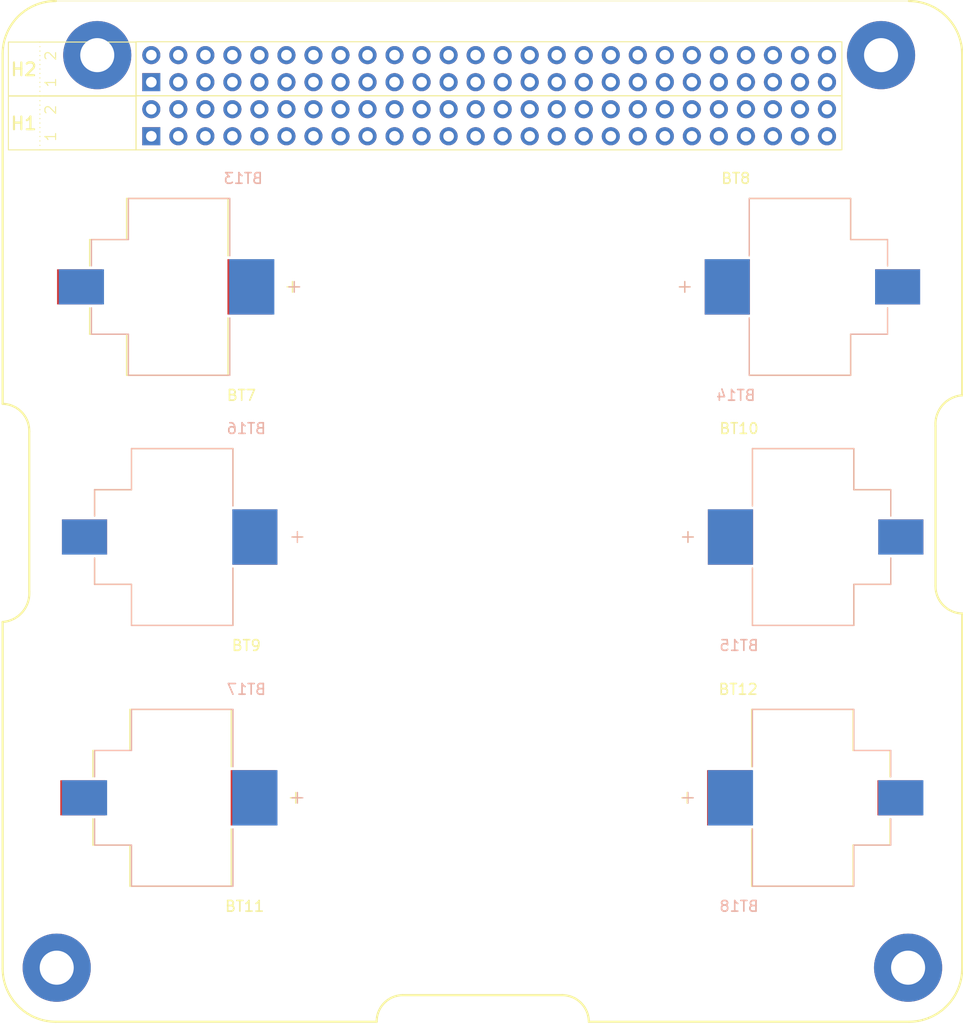
<source format=kicad_pcb>
(kicad_pcb (version 20240108) (generator "pcbnew") (generator_version "8.0")
  (layers (0 "F.Cu" signal) (31 "B.Cu" signal) (34 "B.Paste" user) (35 "F.Paste" user) (36 "B.SilkS" user "B.Silkscreen") (37 "F.SilkS" user "F.Silkscreen") (38 "B.Mask" user) (39 "F.Mask" user) (44 "Edge.Cuts" user))
  (net 0 "")
  (net 68 "/V_BATT")
  (footprint "Battery 54:BAT_254TR" (layer "F.Cu") (at 240.505 128)
    (property "Reference" "BT12" (at -7.2 -10.19 0) (layer "F.SilkS"))
    (property "Value" "54")
    (fp_line (start -12.5 0) (end -11.5 0) (stroke (width 0.127)) (layer "F.SilkS"))
    (fp_line (start -12 -0.5) (end -12 0.5) (stroke (width 0.127)) (layer "F.SilkS"))
    (fp_line (start -5.94 -8.305) (end 3.59 -8.305) (stroke (width 0.127)) (layer "F.SilkS"))
    (fp_line (start -5.94 -2.92) (end -5.94 -8.305) (stroke (width 0.127)) (layer "F.SilkS"))
    (fp_line (start -5.94 8.305) (end -5.94 2.92) (stroke (width 0.127)) (layer "F.SilkS"))
    (fp_line (start 3.59 -8.305) (end 3.59 -4.445) (stroke (width 0.127)) (layer "F.SilkS"))
    (fp_line (start 3.59 -4.445) (end 7.06 -4.445) (stroke (width 0.127)) (layer "F.SilkS"))
    (fp_line (start 3.59 4.445) (end 3.59 8.305) (stroke (width 0.127)) (layer "F.SilkS"))
    (fp_line (start 3.59 8.305) (end -5.94 8.305) (stroke (width 0.127)) (layer "F.SilkS"))
    (fp_line (start 7.06 -4.445) (end 7.06 -1.97) (stroke (width 0.127)) (layer "F.SilkS"))
    (fp_line (start 7.06 4.445) (end 3.59 4.445) (stroke (width 0.127)) (layer "F.SilkS"))
    (fp_line (start 7.06 4.445) (end 7.06 1.97) (stroke (width 0.127)) (layer "F.SilkS"))
    (pad "P1" smd rect (at -8.005 0) (size 4.24 5.2) (layers "F.Cu" "F.Paste" "F.Mask"))
    (pad "P2" smd rect (at 8.005 0) (size 4.24 3.3) (layers "F.Cu" "F.Paste" "F.Mask"))
  )
  (footprint "PC104:PC104ConnectorFootprint (1)" (layer "F.Cu") (at 164.18 149.04)
    (property "Reference" "U1" (hide yes))
    (property "Value" "~" (hide yes))
    (fp_line (start 0 -58.052086) (end 0 -90.964466) (stroke (width 0.2)) (layer "F.SilkS"))
    (fp_line (start 0 -37.558018) (end 0 -5) (stroke (width 0.2)) (layer "F.SilkS"))
    (fp_line (start 2.5 -40.445) (end 2.5 -55.445) (stroke (width 0.2)) (layer "F.SilkS"))
    (fp_line (start 3.5 -92.04) (end 3.5 -86.99) (stroke (width 0.1) (type dot)) (layer "F.SilkS"))
    (fp_line (start 3.5 -86.96) (end 3.5 -81.91) (stroke (width 0.1) (type dot)) (layer "F.SilkS"))
    (fp_line (start 5 -95.89) (end 85.17 -95.89) (stroke (width 0.05)) (layer "F.SilkS"))
    (fp_line (start 35.147914 0) (end 5 0) (stroke (width 0.2)) (layer "F.SilkS"))
    (fp_line (start 52.585 -2.5) (end 37.585 -2.5) (stroke (width 0.2)) (layer "F.SilkS"))
    (fp_line (start 85.17 0) (end 55.085 0) (stroke (width 0.2)) (layer "F.SilkS"))
    (fp_line (start 87.67 -55.965104) (end 87.67 -40.965104) (stroke (width 0.2)) (layer "F.SilkS"))
    (fp_line (start 90.17 -90.89) (end 90.17 -58.852086) (stroke (width 0.2)) (layer "F.SilkS"))
    (fp_line (start 90.17 -38.358018) (end 90.17 -5) (stroke (width 0.2)) (layer "F.SilkS"))
    (fp_rect (start 0.54 -92.04) (end 12.53 -86.99) (stroke (width 0.1)) (fill none) (layer "F.SilkS"))
    (fp_rect (start 0.54 -86.96) (end 12.53 -81.91) (stroke (width 0.1)) (fill none) (layer "F.SilkS"))
    (fp_rect (start 12.53 -92.07) (end 78.87 -86.99) (stroke (width 0.1)) (fill none) (layer "F.SilkS"))
    (fp_rect (start 12.53 -86.99) (end 78.87 -81.91) (stroke (width 0.1)) (fill none) (layer "F.SilkS"))
    (fp_arc (start 0 -90.964466) (mid 1.479889 -94.462766) (end 5 -95.89) (stroke (width 0.2)) (layer "F.SilkS"))
    (fp_arc (start 0 -58.052086) (mid 1.789945 -57.26631) (end 2.5 -55.445) (stroke (width 0.2)) (layer "F.SilkS"))
    (fp_arc (start 2.5 -40.445) (mid 1.847914 -38.483742) (end 0 -37.558018) (stroke (width 0.2)) (layer "F.SilkS"))
    (fp_arc (start 5 0) (mid 1.464466 -1.464466) (end 0 -5) (stroke (width 0.2)) (layer "F.SilkS"))
    (fp_arc (start 35.147914 0) (mid 35.848689 -1.754737) (end 37.585 -2.5) (stroke (width 0.2)) (layer "F.SilkS"))
    (fp_arc (start 52.585 -2.5) (mid 54.352767 -1.767767) (end 55.085 0) (stroke (width 0.2)) (layer "F.SilkS"))
    (fp_arc (start 85.17 -95.89) (mid 88.705534 -94.425534) (end 90.17 -90.89) (stroke (width 0.2)) (layer "F.SilkS"))
    (fp_arc (start 87.67 -55.965104) (mid 88.322084 -57.926368) (end 90.17 -58.852086) (stroke (width 0.2)) (layer "F.SilkS"))
    (fp_arc (start 90.17 -38.358018) (mid 88.379985 -39.143749) (end 87.67 -40.965104) (stroke (width 0.2)) (layer "F.SilkS"))
    (fp_arc (start 90.17 -5) (mid 88.705534 -1.464466) (end 85.17 0) (stroke (width 0.2)) (layer "F.SilkS"))
    (fp_text user "2" (at 5.1 -90.22 90) (layer "F.SilkS") (effects (font (thickness 0.1)) (justify left bottom)))
    (fp_text user "2" (at 5.1 -85.14 90) (layer "F.SilkS") (effects (font (thickness 0.1)) (justify left bottom)))
    (fp_text user "H1" (at 0.65 -83.688 0) (layer "F.SilkS") (effects (font (size 1.2 1.2) (thickness 0.2) (bold yes)) (justify left bottom)))
    (fp_text user "1" (at 5.1 -82.62 90) (layer "F.SilkS") (effects (font (thickness 0.1)) (justify left bottom)))
    (fp_text user "1" (at 5.1 -87.7 90) (layer "F.SilkS") (effects (font (thickness 0.1)) (justify left bottom)))
    (fp_text user "H2" (at 0.65 -88.768 0) (layer "F.SilkS") (effects (font (size 1.2 1.2) (thickness 0.2) (bold yes)) (justify left bottom)))
    (pad "" thru_hole circle (at 5.08 -5.08 90) (size 6.4 6.4) (drill 3.2) (layers "*.Cu" "*.Mask"))
    (pad "" thru_hole circle (at 8.89 -90.81) (size 6.4 6.4) (drill 3.2) (layers "*.Cu" "*.Mask"))
    (pad "" thru_hole circle (at 82.55 -90.81) (size 6.4 6.4) (drill 3.2) (layers "*.Cu" "*.Mask"))
    (pad "" thru_hole circle (at 85.09 -5.08) (size 6.4 6.4) (drill 3.2) (layers "*.Cu" "*.Mask"))
    (pad "1" thru_hole rect (at 13.97 -83.19 90) (size 1.7 1.7) (drill 1) (layers "*.Cu" "*.Mask"))
    (pad "2" thru_hole oval (at 13.97 -85.73 90) (size 1.7 1.7) (drill 1) (layers "*.Cu" "*.Mask"))
    (pad "3" thru_hole oval (at 16.51 -83.19 90) (size 1.7 1.7) (drill 1) (layers "*.Cu" "*.Mask"))
    (pad "4" thru_hole oval (at 16.51 -85.73 90) (size 1.7 1.7) (drill 1) (layers "*.Cu" "*.Mask"))
    (pad "5" thru_hole oval (at 19.05 -83.19 90) (size 1.7 1.7) (drill 1) (layers "*.Cu" "*.Mask"))
    (pad "6" thru_hole oval (at 19.05 -85.73 90) (size 1.7 1.7) (drill 1) (layers "*.Cu" "*.Mask"))
    (pad "7" thru_hole oval (at 21.59 -83.19 90) (size 1.7 1.7) (drill 1) (layers "*.Cu" "*.Mask"))
    (pad "8" thru_hole oval (at 21.59 -85.73 90) (size 1.7 1.7) (drill 1) (layers "*.Cu" "*.Mask"))
    (pad "9" thru_hole oval (at 24.13 -83.19 90) (size 1.7 1.7) (drill 1) (layers "*.Cu" "*.Mask"))
    (pad "10" thru_hole oval (at 24.13 -85.73 90) (size 1.7 1.7) (drill 1) (layers "*.Cu" "*.Mask"))
    (pad "11" thru_hole oval (at 26.67 -83.19 90) (size 1.7 1.7) (drill 1) (layers "*.Cu" "*.Mask"))
    (pad "12" thru_hole oval (at 26.67 -85.73 90) (size 1.7 1.7) (drill 1) (layers "*.Cu" "*.Mask"))
    (pad "13" thru_hole oval (at 29.21 -83.19 90) (size 1.7 1.7) (drill 1) (layers "*.Cu" "*.Mask"))
    (pad "14" thru_hole oval (at 29.21 -85.73 90) (size 1.7 1.7) (drill 1) (layers "*.Cu" "*.Mask"))
    (pad "15" thru_hole oval (at 31.75 -83.19 90) (size 1.7 1.7) (drill 1) (layers "*.Cu" "*.Mask"))
    (pad "16" thru_hole oval (at 31.75 -85.73 90) (size 1.7 1.7) (drill 1) (layers "*.Cu" "*.Mask"))
    (pad "17" thru_hole oval (at 34.29 -83.19 90) (size 1.7 1.7) (drill 1) (layers "*.Cu" "*.Mask"))
    (pad "18" thru_hole oval (at 34.29 -85.73 90) (size 1.7 1.7) (drill 1) (layers "*.Cu" "*.Mask"))
    (pad "19" thru_hole oval (at 36.83 -83.19 90) (size 1.7 1.7) (drill 1) (layers "*.Cu" "*.Mask"))
    (pad "20" thru_hole oval (at 36.83 -85.73 90) (size 1.7 1.7) (drill 1) (layers "*.Cu" "*.Mask"))
    (pad "21" thru_hole oval (at 39.37 -83.19 90) (size 1.7 1.7) (drill 1) (layers "*.Cu" "*.Mask"))
    (pad "22" thru_hole oval (at 39.37 -85.73 90) (size 1.7 1.7) (drill 1) (layers "*.Cu" "*.Mask"))
    (pad "23" thru_hole oval (at 41.91 -83.19 90) (size 1.7 1.7) (drill 1) (layers "*.Cu" "*.Mask"))
    (pad "24" thru_hole oval (at 41.91 -85.73 90) (size 1.7 1.7) (drill 1) (layers "*.Cu" "*.Mask"))
    (pad "25" thru_hole oval (at 44.45 -83.19 90) (size 1.7 1.7) (drill 1) (layers "*.Cu" "*.Mask"))
    (pad "26" thru_hole oval (at 44.45 -85.73 90) (size 1.7 1.7) (drill 1) (layers "*.Cu" "*.Mask"))
    (pad "27" thru_hole oval (at 46.99 -83.19 90) (size 1.7 1.7) (drill 1) (layers "*.Cu" "*.Mask"))
    (pad "28" thru_hole oval (at 46.99 -85.73 90) (size 1.7 1.7) (drill 1) (layers "*.Cu" "*.Mask"))
    (pad "29" thru_hole oval (at 49.53 -83.19 90) (size 1.7 1.7) (drill 1) (layers "*.Cu" "*.Mask"))
    (pad "30" thru_hole oval (at 49.53 -85.73 90) (size 1.7 1.7) (drill 1) (layers "*.Cu" "*.Mask"))
    (pad "31" thru_hole oval (at 52.07 -83.19 90) (size 1.7 1.7) (drill 1) (layers "*.Cu" "*.Mask"))
    (pad "32" thru_hole oval (at 52.07 -85.73 90) (size 1.7 1.7) (drill 1) (layers "*.Cu" "*.Mask"))
    (pad "33" thru_hole oval (at 54.61 -83.19 90) (size 1.7 1.7) (drill 1) (layers "*.Cu" "*.Mask"))
    (pad "34" thru_hole oval (at 54.61 -85.73 90) (size 1.7 1.7) (drill 1) (layers "*.Cu" "*.Mask"))
    (pad "35" thru_hole oval (at 57.15 -83.19 90) (size 1.7 1.7) (drill 1) (layers "*.Cu" "*.Mask"))
    (pad "36" thru_hole oval (at 57.15 -85.73 90) (size 1.7 1.7) (drill 1) (layers "*.Cu" "*.Mask"))
    (pad "37" thru_hole oval (at 59.69 -83.19 90) (size 1.7 1.7) (drill 1) (layers "*.Cu" "*.Mask"))
    (pad "38" thru_hole oval (at 59.69 -85.73 90) (size 1.7 1.7) (drill 1) (layers "*.Cu" "*.Mask"))
    (pad "39" thru_hole oval (at 62.23 -83.19 90) (size 1.7 1.7) (drill 1) (layers "*.Cu" "*.Mask"))
    (pad "40" thru_hole oval (at 62.23 -85.73 90) (size 1.7 1.7) (drill 1) (layers "*.Cu" "*.Mask"))
    (pad "41" thru_hole oval (at 64.77 -83.19 90) (size 1.7 1.7) (drill 1) (layers "*.Cu" "*.Mask"))
    (pad "42" thru_hole oval (at 64.77 -85.73 90) (size 1.7 1.7) (drill 1) (layers "*.Cu" "*.Mask"))
    (pad "43" thru_hole oval (at 67.31 -83.19 90) (size 1.7 1.7) (drill 1) (layers "*.Cu" "*.Mask"))
    (pad "44" thru_hole oval (at 67.31 -85.73 90) (size 1.7 1.7) (drill 1) (layers "*.Cu" "*.Mask"))
    (pad "45" thru_hole oval (at 69.85 -83.19 90) (size 1.7 1.7) (drill 1) (layers "*.Cu" "*.Mask"))
    (pad "46" thru_hole oval (at 69.85 -85.73 90) (size 1.7 1.7) (drill 1) (layers "*.Cu" "*.Mask"))
    (pad "47" thru_hole oval (at 72.39 -83.19 90) (size 1.7 1.7) (drill 1) (layers "*.Cu" "*.Mask"))
    (pad "48" thru_hole oval (at 72.39 -85.73 90) (size 1.7 1.7) (drill 1) (layers "*.Cu" "*.Mask"))
    (pad "49" thru_hole oval (at 74.93 -83.19 90) (size 1.7 1.7) (drill 1) (layers "*.Cu" "*.Mask"))
    (pad "50" thru_hole oval (at 74.93 -85.73 90) (size 1.7 1.7) (drill 1) (layers "*.Cu" "*.Mask"))
    (pad "51" thru_hole oval (at 77.47 -83.19 90) (size 1.7 1.7) (drill 1) (layers "*.Cu" "*.Mask"))
    (pad "52" thru_hole oval (at 77.47 -85.73 90) (size 1.7 1.7) (drill 1) (layers "*.Cu" "*.Mask"))
    (pad "53" thru_hole rect (at 13.97 -88.27 90) (size 1.7 1.7) (drill 1) (layers "*.Cu" "*.Mask"))
    (pad "54" thru_hole oval (at 13.97 -90.81 90) (size 1.7 1.7) (drill 1) (layers "*.Cu" "*.Mask"))
    (pad "55" thru_hole oval (at 16.51 -88.27 90) (size 1.7 1.7) (drill 1) (layers "*.Cu" "*.Mask"))
    (pad "56" thru_hole oval (at 16.51 -90.81 90) (size 1.7 1.7) (drill 1) (layers "*.Cu" "*.Mask"))
    (pad "57" thru_hole oval (at 19.05 -88.27 90) (size 1.7 1.7) (drill 1) (layers "*.Cu" "*.Mask"))
    (pad "58" thru_hole oval (at 19.05 -90.81 90) (size 1.7 1.7) (drill 1) (layers "*.Cu" "*.Mask"))
    (pad "59" thru_hole oval (at 21.59 -88.27 90) (size 1.7 1.7) (drill 1) (layers "*.Cu" "*.Mask"))
    (pad "60" thru_hole oval (at 21.59 -90.81 90) (size 1.7 1.7) (drill 1) (layers "*.Cu" "*.Mask"))
    (pad "61" thru_hole oval (at 24.13 -88.27 90) (size 1.7 1.7) (drill 1) (layers "*.Cu" "*.Mask"))
    (pad "62" thru_hole oval (at 24.13 -90.81 90) (size 1.7 1.7) (drill 1) (layers "*.Cu" "*.Mask"))
    (pad "63" thru_hole oval (at 26.67 -88.27 90) (size 1.7 1.7) (drill 1) (layers "*.Cu" "*.Mask"))
    (pad "64" thru_hole oval (at 26.67 -90.81 90) (size 1.7 1.7) (drill 1) (layers "*.Cu" "*.Mask"))
    (pad "65" thru_hole oval (at 29.21 -88.27 90) (size 1.7 1.7) (drill 1) (layers "*.Cu" "*.Mask"))
    (pad "66" thru_hole oval (at 29.21 -90.81 90) (size 1.7 1.7) (drill 1) (layers "*.Cu" "*.Mask"))
    (pad "67" thru_hole oval (at 31.75 -88.27 90) (size 1.7 1.7) (drill 1) (layers "*.Cu" "*.Mask"))
    (pad "68" thru_hole oval (at 31.75 -90.81 90) (size 1.7 1.7) (drill 1) (layers "*.Cu" "*.Mask"))
    (pad "69" thru_hole oval (at 34.29 -88.27 90) (size 1.7 1.7) (drill 1) (layers "*.Cu" "*.Mask"))
    (pad "70" thru_hole oval (at 34.29 -90.81 90) (size 1.7 1.7) (drill 1) (layers "*.Cu" "*.Mask"))
    (pad "71" thru_hole oval (at 36.83 -88.27 90) (size 1.7 1.7) (drill 1) (layers "*.Cu" "*.Mask"))
    (pad "72" thru_hole oval (at 36.83 -90.81 90) (size 1.7 1.7) (drill 1) (layers "*.Cu" "*.Mask"))
    (pad "73" thru_hole oval (at 39.37 -88.27 90) (size 1.7 1.7) (drill 1) (layers "*.Cu" "*.Mask"))
    (pad "74" thru_hole oval (at 39.37 -90.81 90) (size 1.7 1.7) (drill 1) (layers "*.Cu" "*.Mask"))
    (pad "75" thru_hole oval (at 41.91 -88.27 90) (size 1.7 1.7) (drill 1) (layers "*.Cu" "*.Mask"))
    (pad "76" thru_hole oval (at 41.91 -90.81 90) (size 1.7 1.7) (drill 1) (layers "*.Cu" "*.Mask"))
    (pad "77" thru_hole oval (at 44.45 -88.27 90) (size 1.7 1.7) (drill 1) (layers "*.Cu" "*.Mask"))
    (pad "78" thru_hole oval (at 44.45 -90.81 90) (size 1.7 1.7) (drill 1) (layers "*.Cu" "*.Mask"))
    (pad "79" thru_hole oval (at 46.99 -88.27 90) (size 1.7 1.7) (drill 1) (layers "*.Cu" "*.Mask"))
    (pad "80" thru_hole oval (at 46.99 -90.81 90) (size 1.7 1.7) (drill 1) (layers "*.Cu" "*.Mask"))
    (pad "81" thru_hole oval (at 49.53 -88.27 90) (size 1.7 1.7) (drill 1) (layers "*.Cu" "*.Mask"))
    (pad "82" thru_hole oval (at 49.53 -90.81 90) (size 1.7 1.7) (drill 1) (layers "*.Cu" "*.Mask"))
    (pad "83" thru_hole oval (at 52.07 -88.27 90) (size 1.7 1.7) (drill 1) (layers "*.Cu" "*.Mask"))
    (pad "84" thru_hole oval (at 52.07 -90.81 90) (size 1.7 1.7) (drill 1) (layers "*.Cu" "*.Mask"))
    (pad "85" thru_hole oval (at 54.61 -88.27 90) (size 1.7 1.7) (drill 1) (layers "*.Cu" "*.Mask"))
    (pad "86" thru_hole oval (at 54.61 -90.81 90) (size 1.7 1.7) (drill 1) (layers "*.Cu" "*.Mask"))
    (pad "87" thru_hole oval (at 57.15 -88.27 90) (size 1.7 1.7) (drill 1) (layers "*.Cu" "*.Mask"))
    (pad "88" thru_hole oval (at 57.15 -90.81 90) (size 1.7 1.7) (drill 1) (layers "*.Cu" "*.Mask"))
    (pad "89" thru_hole oval (at 59.69 -88.27 90) (size 1.7 1.7) (drill 1) (layers "*.Cu" "*.Mask"))
    (pad "90" thru_hole oval (at 59.69 -90.81 90) (size 1.7 1.7) (drill 1) (layers "*.Cu" "*.Mask"))
    (pad "91" thru_hole oval (at 62.23 -88.27 90) (size 1.7 1.7) (drill 1) (layers "*.Cu" "*.Mask"))
    (pad "92" thru_hole oval (at 62.23 -90.81 90) (size 1.7 1.7) (drill 1) (layers "*.Cu" "*.Mask"))
    (pad "93" thru_hole oval (at 64.77 -88.27 90) (size 1.7 1.7) (drill 1) (layers "*.Cu" "*.Mask"))
    (pad "94" thru_hole oval (at 64.77 -90.81 90) (size 1.7 1.7) (drill 1) (layers "*.Cu" "*.Mask"))
    (pad "95" thru_hole oval (at 67.31 -88.27 90) (size 1.7 1.7) (drill 1) (layers "*.Cu" "*.Mask"))
    (pad "96" thru_hole oval (at 67.31 -90.81 90) (size 1.7 1.7) (drill 1) (layers "*.Cu" "*.Mask"))
    (pad "97" thru_hole oval (at 69.85 -88.27 90) (size 1.7 1.7) (drill 1) (layers "*.Cu" "*.Mask") (net 68 "/V_BATT"))
    (pad "98" thru_hole oval (at 69.85 -90.81 90) (size 1.7 1.7) (drill 1) (layers "*.Cu" "*.Mask") (net 68 "/V_BATT"))
    (pad "99" thru_hole oval (at 72.39 -88.27 90) (size 1.7 1.7) (drill 1) (layers "*.Cu" "*.Mask"))
    (pad "100" thru_hole oval (at 72.39 -90.81 90) (size 1.7 1.7) (drill 1) (layers "*.Cu" "*.Mask") (net 68 "/V_BATT"))
    (pad "101" thru_hole oval (at 74.93 -88.27 90) (size 1.7 1.7) (drill 1) (layers "*.Cu" "*.Mask"))
    (pad "102" thru_hole oval (at 74.93 -90.81 90) (size 1.7 1.7) (drill 1) (layers "*.Cu" "*.Mask"))
    (pad "103" thru_hole oval (at 77.47 -88.27 90) (size 1.7 1.7) (drill 1) (layers "*.Cu" "*.Mask"))
    (pad "104" thru_hole oval (at 77.47 -90.81 90) (size 1.7 1.7) (drill 1) (layers "*.Cu" "*.Mask"))
  )
  (footprint "Battery 54:BAT_254TR" (layer "F.Cu") (at 179.88175 103.5 180)
    (property "Reference" "BT9" (at -7.2 -10.19 0) (layer "F.SilkS"))
    (property "Value" "54")
    (fp_line (start 7.06 4.445) (end 7.06 1.97) (stroke (width 0.127)) (layer "F.SilkS"))
    (fp_line (start 7.06 4.445) (end 3.59 4.445) (stroke (width 0.127)) (layer "F.SilkS"))
    (fp_line (start 7.06 -4.445) (end 7.06 -1.97) (stroke (width 0.127)) (layer "F.SilkS"))
    (fp_line (start 3.59 8.305) (end -5.94 8.305) (stroke (width 0.127)) (layer "F.SilkS"))
    (fp_line (start 3.59 4.445) (end 3.59 8.305) (stroke (width 0.127)) (layer "F.SilkS"))
    (fp_line (start 3.59 -4.445) (end 7.06 -4.445) (stroke (width 0.127)) (layer "F.SilkS"))
    (fp_line (start 3.59 -8.305) (end 3.59 -4.445) (stroke (width 0.127)) (layer "F.SilkS"))
    (fp_line (start -5.94 8.305) (end -5.94 2.92) (stroke (width 0.127)) (layer "F.SilkS"))
    (fp_line (start -5.94 -2.92) (end -5.94 -8.305) (stroke (width 0.127)) (layer "F.SilkS"))
    (fp_line (start -5.94 -8.305) (end 3.59 -8.305) (stroke (width 0.127)) (layer "F.SilkS"))
    (fp_line (start -12 -0.5) (end -12 0.5) (stroke (width 0.127)) (layer "F.SilkS"))
    (fp_line (start -12.5 0) (end -11.5 0) (stroke (width 0.127)) (layer "F.SilkS"))
    (pad "P1" smd rect (at -8.005 0 180) (size 4.24 5.2) (layers "F.Cu" "F.Paste" "F.Mask"))
    (pad "P2" smd rect (at 8.005 0 180) (size 4.24 3.3) (layers "F.Cu" "F.Paste" "F.Mask"))
  )
  (footprint "Battery 54:BAT_254TR" (layer "F.Cu") (at 240.58175 103.5)
    (property "Reference" "BT10" (at -7.2 -10.19 0) (layer "F.SilkS"))
    (property "Value" "54")
    (fp_line (start -12.5 0) (end -11.5 0) (stroke (width 0.127)) (layer "F.SilkS"))
    (fp_line (start -12 -0.5) (end -12 0.5) (stroke (width 0.127)) (layer "F.SilkS"))
    (fp_line (start -5.94 -8.305) (end 3.59 -8.305) (stroke (width 0.127)) (layer "F.SilkS"))
    (fp_line (start -5.94 -2.92) (end -5.94 -8.305) (stroke (width 0.127)) (layer "F.SilkS"))
    (fp_line (start -5.94 8.305) (end -5.94 2.92) (stroke (width 0.127)) (layer "F.SilkS"))
    (fp_line (start 3.59 -8.305) (end 3.59 -4.445) (stroke (width 0.127)) (layer "F.SilkS"))
    (fp_line (start 3.59 -4.445) (end 7.06 -4.445) (stroke (width 0.127)) (layer "F.SilkS"))
    (fp_line (start 3.59 4.445) (end 3.59 8.305) (stroke (width 0.127)) (layer "F.SilkS"))
    (fp_line (start 3.59 8.305) (end -5.94 8.305) (stroke (width 0.127)) (layer "F.SilkS"))
    (fp_line (start 7.06 -4.445) (end 7.06 -1.97) (stroke (width 0.127)) (layer "F.SilkS"))
    (fp_line (start 7.06 4.445) (end 3.59 4.445) (stroke (width 0.127)) (layer "F.SilkS"))
    (fp_line (start 7.06 4.445) (end 7.06 1.97) (stroke (width 0.127)) (layer "F.SilkS"))
    (pad "P1" smd rect (at -8.005 0) (size 4.24 5.2) (layers "F.Cu" "F.Paste" "F.Mask"))
    (pad "P2" smd rect (at 8.005 0) (size 4.24 3.3) (layers "F.Cu" "F.Paste" "F.Mask"))
  )
  (footprint "Battery 54:BAT_254TR" (layer "F.Cu") (at 179.41825 80 180)
    (property "Reference" "BT7" (at -7.2 -10.19 180) (layer "F.SilkS"))
    (property "Value" "54")
    (fp_line (start 7.06 4.445) (end 7.06 1.97) (stroke (width 0.127)) (layer "F.SilkS"))
    (fp_line (start 7.06 4.445) (end 3.59 4.445) (stroke (width 0.127)) (layer "F.SilkS"))
    (fp_line (start 7.06 -4.445) (end 7.06 -1.97) (stroke (width 0.127)) (layer "F.SilkS"))
    (fp_line (start 3.59 8.305) (end -5.94 8.305) (stroke (width 0.127)) (layer "F.SilkS"))
    (fp_line (start 3.59 4.445) (end 3.59 8.305) (stroke (width 0.127)) (layer "F.SilkS"))
    (fp_line (start 3.59 -4.445) (end 7.06 -4.445) (stroke (width 0.127)) (layer "F.SilkS"))
    (fp_line (start 3.59 -8.305) (end 3.59 -4.445) (stroke (width 0.127)) (layer "F.SilkS"))
    (fp_line (start -5.94 8.305) (end -5.94 2.92) (stroke (width 0.127)) (layer "F.SilkS"))
    (fp_line (start -5.94 -2.92) (end -5.94 -8.305) (stroke (width 0.127)) (layer "F.SilkS"))
    (fp_line (start -5.94 -8.305) (end 3.59 -8.305) (stroke (width 0.127)) (layer "F.SilkS"))
    (fp_line (start -12 -0.5) (end -12 0.5) (stroke (width 0.127)) (layer "F.SilkS"))
    (fp_line (start -12.5 0) (end -11.5 0) (stroke (width 0.127)) (layer "F.SilkS"))
    (pad "P1" smd rect (at -8.005 0 180) (size 4.24 5.2) (layers "F.Cu" "F.Paste" "F.Mask"))
    (pad "P2" smd rect (at 8.005 0 180) (size 4.24 3.3) (layers "F.Cu" "F.Paste" "F.Mask"))
  )
  (footprint "Battery 54:BAT_254TR" (layer "F.Cu") (at 179.72325 128 180)
    (property "Reference" "BT11" (at -7.2 -10.19 0) (layer "F.SilkS"))
    (property "Value" "54")
    (fp_line (start 7.06 4.445) (end 7.06 1.97) (stroke (width 0.127)) (layer "F.SilkS"))
    (fp_line (start 7.06 4.445) (end 3.59 4.445) (stroke (width 0.127)) (layer "F.SilkS"))
    (fp_line (start 7.06 -4.445) (end 7.06 -1.97) (stroke (width 0.127)) (layer "F.SilkS"))
    (fp_line (start 3.59 8.305) (end -5.94 8.305) (stroke (width 0.127)) (layer "F.SilkS"))
    (fp_line (start 3.59 4.445) (end 3.59 8.305) (stroke (width 0.127)) (layer "F.SilkS"))
    (fp_line (start 3.59 -4.445) (end 7.06 -4.445) (stroke (width 0.127)) (layer "F.SilkS"))
    (fp_line (start 3.59 -8.305) (end 3.59 -4.445) (stroke (width 0.127)) (layer "F.SilkS"))
    (fp_line (start -5.94 8.305) (end -5.94 2.92) (stroke (width 0.127)) (layer "F.SilkS"))
    (fp_line (start -5.94 -2.92) (end -5.94 -8.305) (stroke (width 0.127)) (layer "F.SilkS"))
    (fp_line (start -5.94 -8.305) (end 3.59 -8.305) (stroke (width 0.127)) (layer "F.SilkS"))
    (fp_line (start -12 -0.5) (end -12 0.5) (stroke (width 0.127)) (layer "F.SilkS"))
    (fp_line (start -12.5 0) (end -11.5 0) (stroke (width 0.127)) (layer "F.SilkS"))
    (pad "P1" smd rect (at -8.005 0 180) (size 4.24 5.2) (layers "F.Cu" "F.Paste" "F.Mask"))
    (pad "P2" smd rect (at 8.005 0 180) (size 4.24 3.3) (layers "F.Cu" "F.Paste" "F.Mask"))
  )
  (footprint "Battery 54:BAT_254TR" (layer "F.Cu") (at 240.28175 80)
    (property "Reference" "BT8" (at -7.2 -10.19 0) (layer "F.SilkS"))
    (property "Value" "54")
    (fp_line (start -12.5 0) (end -11.5 0) (stroke (width 0.127)) (layer "F.SilkS"))
    (fp_line (start -12 -0.5) (end -12 0.5) (stroke (width 0.127)) (layer "F.SilkS"))
    (fp_line (start -5.94 -8.305) (end 3.59 -8.305) (stroke (width 0.127)) (layer "F.SilkS"))
    (fp_line (start -5.94 -2.92) (end -5.94 -8.305) (stroke (width 0.127)) (layer "F.SilkS"))
    (fp_line (start -5.94 8.305) (end -5.94 2.92) (stroke (width 0.127)) (layer "F.SilkS"))
    (fp_line (start 3.59 -8.305) (end 3.59 -4.445) (stroke (width 0.127)) (layer "F.SilkS"))
    (fp_line (start 3.59 -4.445) (end 7.06 -4.445) (stroke (width 0.127)) (layer "F.SilkS"))
    (fp_line (start 3.59 4.445) (end 3.59 8.305) (stroke (width 0.127)) (layer "F.SilkS"))
    (fp_line (start 3.59 8.305) (end -5.94 8.305) (stroke (width 0.127)) (layer "F.SilkS"))
    (fp_line (start 7.06 -4.445) (end 7.06 -1.97) (stroke (width 0.127)) (layer "F.SilkS"))
    (fp_line (start 7.06 4.445) (end 3.59 4.445) (stroke (width 0.127)) (layer "F.SilkS"))
    (fp_line (start 7.06 4.445) (end 7.06 1.97) (stroke (width 0.127)) (layer "F.SilkS"))
    (pad "P1" smd rect (at -8.005 0) (size 4.24 5.2) (layers "F.Cu" "F.Paste" "F.Mask"))
    (pad "P2" smd rect (at 8.005 0) (size 4.24 3.3) (layers "F.Cu" "F.Paste" "F.Mask"))
  )
  (footprint "Battery 54:BAT_254TR" (layer "B.Cu") (at 240.28175 80)
    (property "Reference" "BT14" (at -7.2 10.19 360) (layer "B.SilkS") (effects (justify mirror)))
    (property "Value" "54")
    (fp_line (start -12 -0.5) (end -12 0.5) (stroke (width 0.127)) (layer "B.SilkS"))
    (fp_line (start -11.5 0) (end -12.5 0) (stroke (width 0.127)) (layer "B.SilkS"))
    (fp_line (start -5.94 -8.305) (end 3.59 -8.305) (stroke (width 0.127)) (layer "B.SilkS"))
    (fp_line (start -5.94 -2.92) (end -5.94 -8.305) (stroke (width 0.127)) (layer "B.SilkS"))
    (fp_line (start -5.94 8.305) (end -5.94 2.92) (stroke (width 0.127)) (layer "B.SilkS"))
    (fp_line (start 3.59 -8.305) (end 3.59 -4.445) (stroke (width 0.127)) (layer "B.SilkS"))
    (fp_line (start 3.59 -4.445) (end 7.06 -4.445) (stroke (width 0.127)) (layer "B.SilkS"))
    (fp_line (start 3.59 4.445) (end 3.59 8.305) (stroke (width 0.127)) (layer "B.SilkS"))
    (fp_line (start 3.59 8.305) (end -5.94 8.305) (stroke (width 0.127)) (layer "B.SilkS"))
    (fp_line (start 7.06 -1.97) (end 7.06 -4.445) (stroke (width 0.127)) (layer "B.SilkS"))
    (fp_line (start 7.06 1.97) (end 7.06 4.445) (stroke (width 0.127)) (layer "B.SilkS"))
    (fp_line (start 7.06 4.445) (end 3.59 4.445) (stroke (width 0.127)) (layer "B.SilkS"))
    (pad "P1" smd rect (at -8.005 0) (size 4.24 5.2) (layers "B.Cu" "B.Paste" "B.Mask"))
    (pad "P2" smd rect (at 8.005 0) (size 4.24 3.3) (layers "B.Cu" "B.Paste" "B.Mask"))
  )
  (footprint "Battery 54:BAT_254TR" (layer "B.Cu") (at 240.58175 103.5)
    (property "Reference" "BT15" (at -7.2 10.19 360) (layer "B.SilkS") (effects (justify mirror)))
    (property "Value" "54")
    (fp_line (start -12 -0.5) (end -12 0.5) (stroke (width 0.127)) (layer "B.SilkS"))
    (fp_line (start -11.5 0) (end -12.5 0) (stroke (width 0.127)) (layer "B.SilkS"))
    (fp_line (start -5.94 -8.305) (end 3.59 -8.305) (stroke (width 0.127)) (layer "B.SilkS"))
    (fp_line (start -5.94 -2.92) (end -5.94 -8.305) (stroke (width 0.127)) (layer "B.SilkS"))
    (fp_line (start -5.94 8.305) (end -5.94 2.92) (stroke (width 0.127)) (layer "B.SilkS"))
    (fp_line (start 3.59 -8.305) (end 3.59 -4.445) (stroke (width 0.127)) (layer "B.SilkS"))
    (fp_line (start 3.59 -4.445) (end 7.06 -4.445) (stroke (width 0.127)) (layer "B.SilkS"))
    (fp_line (start 3.59 4.445) (end 3.59 8.305) (stroke (width 0.127)) (layer "B.SilkS"))
    (fp_line (start 3.59 8.305) (end -5.94 8.305) (stroke (width 0.127)) (layer "B.SilkS"))
    (fp_line (start 7.06 -1.97) (end 7.06 -4.445) (stroke (width 0.127)) (layer "B.SilkS"))
    (fp_line (start 7.06 1.97) (end 7.06 4.445) (stroke (width 0.127)) (layer "B.SilkS"))
    (fp_line (start 7.06 4.445) (end 3.59 4.445) (stroke (width 0.127)) (layer "B.SilkS"))
    (pad "P1" smd rect (at -8.005 0) (size 4.24 5.2) (layers "B.Cu" "B.Paste" "B.Mask"))
    (pad "P2" smd rect (at 8.005 0) (size 4.24 3.3) (layers "B.Cu" "B.Paste" "B.Mask"))
  )
  (footprint "Battery 54:BAT_254TR" (layer "B.Cu") (at 179.88175 128 180)
    (property "Reference" "BT17" (at -7.2 10.19 0) (layer "B.SilkS") (effects (justify mirror)))
    (property "Value" "54")
    (fp_line (start 7.06 4.445) (end 3.59 4.445) (stroke (width 0.127)) (layer "B.SilkS"))
    (fp_line (start 7.06 1.97) (end 7.06 4.445) (stroke (width 0.127)) (layer "B.SilkS"))
    (fp_line (start 7.06 -1.97) (end 7.06 -4.445) (stroke (width 0.127)) (layer "B.SilkS"))
    (fp_line (start 3.59 8.305) (end -5.94 8.305) (stroke (width 0.127)) (layer "B.SilkS"))
    (fp_line (start 3.59 4.445) (end 3.59 8.305) (stroke (width 0.127)) (layer "B.SilkS"))
    (fp_line (start 3.59 -4.445) (end 7.06 -4.445) (stroke (width 0.127)) (layer "B.SilkS"))
    (fp_line (start 3.59 -8.305) (end 3.59 -4.445) (stroke (width 0.127)) (layer "B.SilkS"))
    (fp_line (start -5.94 8.305) (end -5.94 2.92) (stroke (width 0.127)) (layer "B.SilkS"))
    (fp_line (start -5.94 -2.92) (end -5.94 -8.305) (stroke (width 0.127)) (layer "B.SilkS"))
    (fp_line (start -5.94 -8.305) (end 3.59 -8.305) (stroke (width 0.127)) (layer "B.SilkS"))
    (fp_line (start -11.5 0) (end -12.5 0) (stroke (width 0.127)) (layer "B.SilkS"))
    (fp_line (start -12 -0.5) (end -12 0.5) (stroke (width 0.127)) (layer "B.SilkS"))
    (pad "P1" smd rect (at -8.005 0 180) (size 4.24 5.2) (layers "B.Cu" "B.Paste" "B.Mask"))
    (pad "P2" smd rect (at 8.005 0 180) (size 4.24 3.3) (layers "B.Cu" "B.Paste" "B.Mask"))
  )
  (footprint "Battery 54:BAT_254TR" (layer "B.Cu") (at 179.58675 80 180)
    (property "Reference" "BT13" (at -7.2 10.19 0) (layer "B.SilkS") (effects (justify mirror)))
    (property "Value" "54")
    (fp_line (start 7.06 4.445) (end 3.59 4.445) (stroke (width 0.127)) (layer "B.SilkS"))
    (fp_line (start 7.06 1.97) (end 7.06 4.445) (stroke (width 0.127)) (layer "B.SilkS"))
    (fp_line (start 7.06 -1.97) (end 7.06 -4.445) (stroke (width 0.127)) (layer "B.SilkS"))
    (fp_line (start 3.59 8.305) (end -5.94 8.305) (stroke (width 0.127)) (layer "B.SilkS"))
    (fp_line (start 3.59 4.445) (end 3.59 8.305) (stroke (width 0.127)) (layer "B.SilkS"))
    (fp_line (start 3.59 -4.445) (end 7.06 -4.445) (stroke (width 0.127)) (layer "B.SilkS"))
    (fp_line (start 3.59 -8.305) (end 3.59 -4.445) (stroke (width 0.127)) (layer "B.SilkS"))
    (fp_line (start -5.94 8.305) (end -5.94 2.92) (stroke (width 0.127)) (layer "B.SilkS"))
    (fp_line (start -5.94 -2.92) (end -5.94 -8.305) (stroke (width 0.127)) (layer "B.SilkS"))
    (fp_line (start -5.94 -8.305) (end 3.59 -8.305) (stroke (width 0.127)) (layer "B.SilkS"))
    (fp_line (start -11.5 0) (end -12.5 0) (stroke (width 0.127)) (layer "B.SilkS"))
    (fp_line (start -12 -0.5) (end -12 0.5) (stroke (width 0.127)) (layer "B.SilkS"))
    (pad "P1" smd rect (at -8.005 0 180) (size 4.24 5.2) (layers "B.Cu" "B.Paste" "B.Mask"))
    (pad "P2" smd rect (at 8.005 0 180) (size 4.24 3.3) (layers "B.Cu" "B.Paste" "B.Mask"))
  )
  (footprint "Battery 54:BAT_254TR" (layer "B.Cu") (at 179.87675 103.5 180)
    (property "Reference" "BT16" (at -7.2 10.19 0) (layer "B.SilkS") (effects (justify mirror)))
    (property "Value" "54")
    (fp_line (start 7.06 4.445) (end 3.59 4.445) (stroke (width 0.127)) (layer "B.SilkS"))
    (fp_line (start 7.06 1.97) (end 7.06 4.445) (stroke (width 0.127)) (layer "B.SilkS"))
    (fp_line (start 7.06 -1.97) (end 7.06 -4.445) (stroke (width 0.127)) (layer "B.SilkS"))
    (fp_line (start 3.59 8.305) (end -5.94 8.305) (stroke (width 0.127)) (layer "B.SilkS"))
    (fp_line (start 3.59 4.445) (end 3.59 8.305) (stroke (width 0.127)) (layer "B.SilkS"))
    (fp_line (start 3.59 -4.445) (end 7.06 -4.445) (stroke (width 0.127)) (layer "B.SilkS"))
    (fp_line (start 3.59 -8.305) (end 3.59 -4.445) (stroke (width 0.127)) (layer "B.SilkS"))
    (fp_line (start -5.94 8.305) (end -5.94 2.92) (stroke (width 0.127)) (layer "B.SilkS"))
    (fp_line (start -5.94 -2.92) (end -5.94 -8.305) (stroke (width 0.127)) (layer "B.SilkS"))
    (fp_line (start -5.94 -8.305) (end 3.59 -8.305) (stroke (width 0.127)) (layer "B.SilkS"))
    (fp_line (start -11.5 0) (end -12.5 0) (stroke (width 0.127)) (layer "B.SilkS"))
    (fp_line (start -12 -0.5) (end -12 0.5) (stroke (width 0.127)) (layer "B.SilkS"))
    (pad "P1" smd rect (at -8.005 0 180) (size 4.24 5.2) (layers "B.Cu" "B.Paste" "B.Mask"))
    (pad "P2" smd rect (at 8.005 0 180) (size 4.24 3.3) (layers "B.Cu" "B.Paste" "B.Mask"))
  )
  (footprint "Battery 54:BAT_254TR" (layer "B.Cu") (at 240.58175 128)
    (property "Reference" "BT18" (at -7.2 10.19 360) (layer "B.SilkS") (effects (justify mirror)))
    (property "Value" "54")
    (fp_line (start -12 -0.5) (end -12 0.5) (stroke (width 0.127)) (layer "B.SilkS"))
    (fp_line (start -11.5 0) (end -12.5 0) (stroke (width 0.127)) (layer "B.SilkS"))
    (fp_line (start -5.94 -8.305) (end 3.59 -8.305) (stroke (width 0.127)) (layer "B.SilkS"))
    (fp_line (start -5.94 -2.92) (end -5.94 -8.305) (stroke (width 0.127)) (layer "B.SilkS"))
    (fp_line (start -5.94 8.305) (end -5.94 2.92) (stroke (width 0.127)) (layer "B.SilkS"))
    (fp_line (start 3.59 -8.305) (end 3.59 -4.445) (stroke (width 0.127)) (layer "B.SilkS"))
    (fp_line (start 3.59 -4.445) (end 7.06 -4.445) (stroke (width 0.127)) (layer "B.SilkS"))
    (fp_line (start 3.59 4.445) (end 3.59 8.305) (stroke (width 0.127)) (layer "B.SilkS"))
    (fp_line (start 3.59 8.305) (end -5.94 8.305) (stroke (width 0.127)) (layer "B.SilkS"))
    (fp_line (start 7.06 -1.97) (end 7.06 -4.445) (stroke (width 0.127)) (layer "B.SilkS"))
    (fp_line (start 7.06 1.97) (end 7.06 4.445) (stroke (width 0.127)) (layer "B.SilkS"))
    (fp_line (start 7.06 4.445) (end 3.59 4.445) (stroke (width 0.127)) (layer "B.SilkS"))
    (pad "P1" smd rect (at -8.005 0) (size 4.24 5.2) (layers "B.Cu" "B.Paste" "B.Mask"))
    (pad "P2" smd rect (at 8.005 0) (size 4.24 3.3) (layers "B.Cu" "B.Paste" "B.Mask"))
  )
)
</source>
